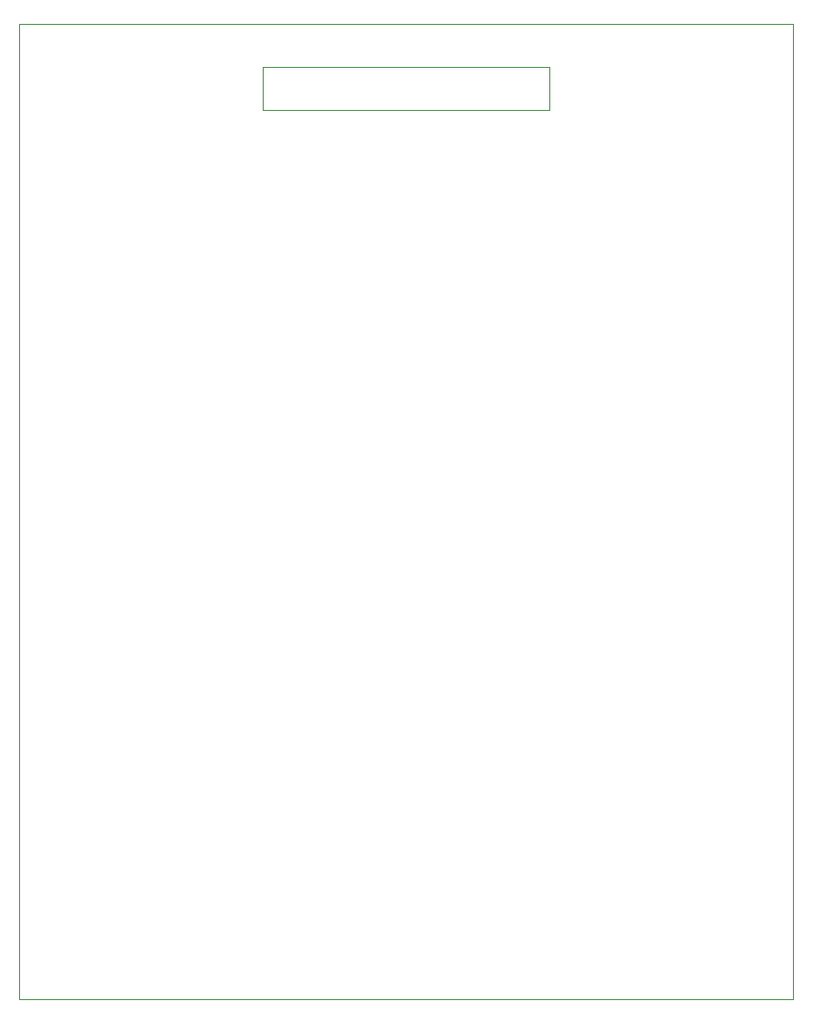
<source format=gbr>
%TF.GenerationSoftware,KiCad,Pcbnew,(6.0.7)*%
%TF.CreationDate,2022-09-19T10:22:26-04:00*%
%TF.ProjectId,proj_2,70726f6a-5f32-42e6-9b69-6361645f7063,rev?*%
%TF.SameCoordinates,Original*%
%TF.FileFunction,Profile,NP*%
%FSLAX46Y46*%
G04 Gerber Fmt 4.6, Leading zero omitted, Abs format (unit mm)*
G04 Created by KiCad (PCBNEW (6.0.7)) date 2022-09-19 10:22:26*
%MOMM*%
%LPD*%
G01*
G04 APERTURE LIST*
%TA.AperFunction,Profile*%
%ADD10C,0.025400*%
%TD*%
G04 APERTURE END LIST*
D10*
X107950000Y-21590000D02*
X107950000Y-107950000D01*
X176530000Y-21590000D02*
X176530000Y-107950000D01*
X107950000Y-107950000D02*
X176530000Y-107950000D01*
X129540000Y-29210000D02*
X154940000Y-29210000D01*
X129540000Y-25400000D02*
X154940000Y-25400000D01*
X154940000Y-25400000D02*
X154940000Y-29210000D01*
X129540000Y-25400000D02*
X129540000Y-29210000D01*
X107950000Y-21590000D02*
X176530000Y-21590000D01*
M02*

</source>
